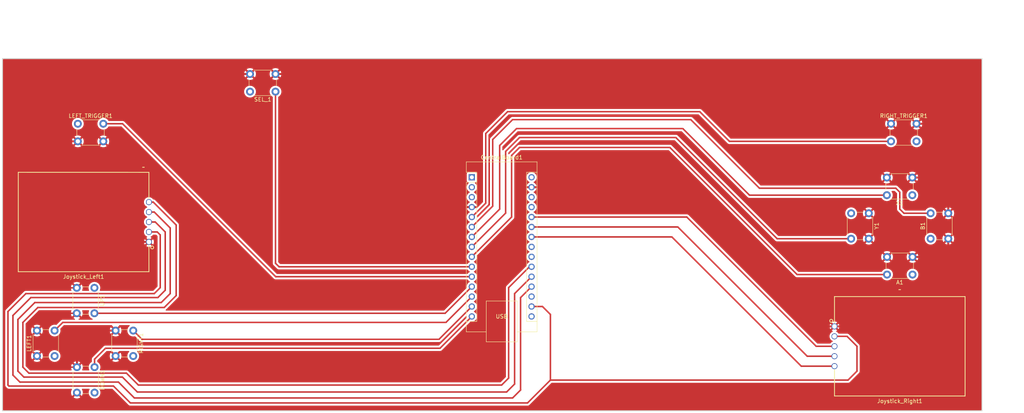
<source format=kicad_pcb>
(kicad_pcb (version 20240108) (generator "pcbnew") (generator_version "8.0")
  (title_block (title "Controller PCB") (rev "V01") (company "Instituto Superior Técnico") (comment 4 "Author: João Duarte"))
  (layers (0 "F.Cu" signal) (31 "B.Cu" signal) (34 "B.Paste" user) (35 "F.Paste" user) (36 "B.SilkS" user "B.Silkscreen") (37 "F.SilkS" user "F.Silkscreen") (38 "B.Mask" user) (39 "F.Mask" user) (44 "Edge.Cuts" user))
  (net 0 "")
  (net 1 "GND")
  (net 2 "+3.3V")
  (net 11 "/SEL_1")
  (net 13 "/A")
  (net 14 "/B")
  (net 15 "/Analog_Y_L")
  (net 16 "/LEFT")
  (net 17 "/RIGHT")
  (net 18 "/RIGHT_TRIGGER")
  (net 19 "/LEFT_TRIGGER")
  (net 20 "/Analog_X_L")
  (net 21 "/Analog_Y_R")
  (net 22 "/X")
  (net 23 "/SEL_JOY_L")
  (net 24 "/Analog_X_R")
  (net 25 "/SEL_JOY_R")
  (net 26 "/UP")
  (net 27 "/DOWN")
  (net 28 "/Y")
  (footprint "Button_Switch_THT:SW_PUSH_6mm" (layer "F.Cu") (at 48.514 148.844 -90)
    (property "Reference" "DOWN1" (at 3.25 -2 -90) (layer "F.SilkS"))
    (property "Value" "SW_Push")
    (fp_line (start 1 5.5) (end 5.5 5.5) (stroke (width 0.12)) (layer "F.SilkS"))
    (fp_line (start 6.75 3) (end 6.75 1.5) (stroke (width 0.12)) (layer "F.SilkS"))
    (fp_line (start -0.25 1.5) (end -0.25 3) (stroke (width 0.12)) (layer "F.SilkS"))
    (fp_line (start 5.5 -1) (end 1 -1) (stroke (width 0.12)) (layer "F.SilkS"))
    (pad "1" thru_hole circle (at 0 0) (size 2 2) (drill 1.1) (layers "*.Cu" "*.Mask") (net 27 "/DOWN"))
    (pad "1" thru_hole circle (at 6.5 0) (size 2 2) (drill 1.1) (layers "*.Cu" "*.Mask") (net 27 "/DOWN"))
    (pad "2" thru_hole circle (at 0 4.5) (size 2 2) (drill 1.1) (layers "*.Cu" "*.Mask") (net 1 "GND"))
    (pad "2" thru_hole circle (at 6.5 4.5) (size 2 2) (drill 1.1) (layers "*.Cu" "*.Mask") (net 1 "GND"))
  )
  (footprint "Button_Switch_THT:SW_PUSH_6mm" (layer "F.Cu") (at 44.248 86.65)
    (property "Reference" "LEFT_TRIGGER1" (at 3.25 -2 0) (layer "F.SilkS"))
    (property "Value" "SW_Push")
    (fp_line (start -0.25 1.5) (end -0.25 3) (stroke (width 0.12)) (layer "F.SilkS"))
    (fp_line (start 1 5.5) (end 5.5 5.5) (stroke (width 0.12)) (layer "F.SilkS"))
    (fp_line (start 5.5 -1) (end 1 -1) (stroke (width 0.12)) (layer "F.SilkS"))
    (fp_line (start 6.75 3) (end 6.75 1.5) (stroke (width 0.12)) (layer "F.SilkS"))
    (pad "1" thru_hole circle (at 0 0 90) (size 2 2) (drill 1.1) (layers "*.Cu" "*.Mask") (net 19 "/LEFT_TRIGGER"))
    (pad "1" thru_hole circle (at 6.5 0 90) (size 2 2) (drill 1.1) (layers "*.Cu" "*.Mask") (net 19 "/LEFT_TRIGGER"))
    (pad "2" thru_hole circle (at 0 4.5 90) (size 2 2) (drill 1.1) (layers "*.Cu" "*.Mask") (net 1 "GND"))
    (pad "2" thru_hole circle (at 6.5 4.5 90) (size 2 2) (drill 1.1) (layers "*.Cu" "*.Mask") (net 1 "GND"))
  )
  (footprint "Button_Switch_THT:SW_PUSH_6mm" (layer "F.Cu") (at 48.478 128.576 -90)
    (property "Reference" "UP1" (at 3.25 -2 -90) (layer "F.SilkS"))
    (property "Value" "SW_Push")
    (fp_line (start 1 5.5) (end 5.5 5.5) (stroke (width 0.12)) (layer "F.SilkS"))
    (fp_line (start 6.75 3) (end 6.75 1.5) (stroke (width 0.12)) (layer "F.SilkS"))
    (fp_line (start -0.25 1.5) (end -0.25 3) (stroke (width 0.12)) (layer "F.SilkS"))
    (fp_line (start 5.5 -1) (end 1 -1) (stroke (width 0.12)) (layer "F.SilkS"))
    (pad "1" thru_hole circle (at 0 0) (size 2 2) (drill 1.1) (layers "*.Cu" "*.Mask") (net 26 "/UP"))
    (pad "1" thru_hole circle (at 6.5 0) (size 2 2) (drill 1.1) (layers "*.Cu" "*.Mask") (net 26 "/UP"))
    (pad "2" thru_hole circle (at 0 4.5) (size 2 2) (drill 1.1) (layers "*.Cu" "*.Mask") (net 1 "GND"))
    (pad "2" thru_hole circle (at 6.5 4.5) (size 2 2) (drill 1.1) (layers "*.Cu" "*.Mask") (net 1 "GND"))
  )
  (footprint "Button_Switch_THT:SW_PUSH_6mm" (layer "F.Cu") (at 257.198 104.902 180)
    (property "Reference" "X1" (at 3.25 -2 180) (layer "F.SilkS"))
    (property "Value" "SW_Push")
    (fp_line (start 6.75 3) (end 6.75 1.5) (stroke (width 0.12)) (layer "F.SilkS"))
    (fp_line (start 5.5 -1) (end 1 -1) (stroke (width 0.12)) (layer "F.SilkS"))
    (fp_line (start 1 5.5) (end 5.5 5.5) (stroke (width 0.12)) (layer "F.SilkS"))
    (fp_line (start -0.25 1.5) (end -0.25 3) (stroke (width 0.12)) (layer "F.SilkS"))
    (pad "1" thru_hole circle (at 0 0 270) (size 2 2) (drill 1.1) (layers "*.Cu" "*.Mask") (net 22 "/X"))
    (pad "1" thru_hole circle (at 6.5 0 270) (size 2 2) (drill 1.1) (layers "*.Cu" "*.Mask") (net 22 "/X"))
    (pad "2" thru_hole circle (at 0 4.5 270) (size 2 2) (drill 1.1) (layers "*.Cu" "*.Mask") (net 1 "GND"))
    (pad "2" thru_hole circle (at 6.5 4.5 270) (size 2 2) (drill 1.1) (layers "*.Cu" "*.Mask") (net 1 "GND"))
  )
  (footprint "Module:Arduino_Nano" (layer "F.Cu") (at 144.79 100.33)
    (property "Reference" "CentralBoard1" (at 7.62 -5.08 0) (layer "F.SilkS"))
    (property "Value" "Arduino_Nano_v3.x")
    (fp_line (start -1.4 -3.94) (end -1.4 -1.27) (stroke (width 0.12)) (layer "F.SilkS"))
    (fp_line (start -1.4 1.27) (end -1.4 39.5) (stroke (width 0.12)) (layer "F.SilkS"))
    (fp_line (start -1.4 39.5) (end 3.68 39.5) (stroke (width 0.12)) (layer "F.SilkS"))
    (fp_line (start 1.27 -1.27) (end -1.4 -1.27) (stroke (width 0.12)) (layer "F.SilkS"))
    (fp_line (start 1.27 1.27) (end -1.4 1.27) (stroke (width 0.12)) (layer "F.SilkS"))
    (fp_line (start 1.27 1.27) (end 1.27 -1.27) (stroke (width 0.12)) (layer "F.SilkS"))
    (fp_line (start 1.27 1.27) (end 1.27 36.83) (stroke (width 0.12)) (layer "F.SilkS"))
    (fp_line (start 1.27 36.83) (end -1.4 36.83) (stroke (width 0.12)) (layer "F.SilkS"))
    (fp_line (start 3.68 31.62) (end 11.56 31.62) (stroke (width 0.12)) (layer "F.SilkS"))
    (fp_line (start 3.68 42.04) (end 3.68 31.62) (stroke (width 0.12)) (layer "F.SilkS"))
    (fp_line (start 11.56 31.62) (end 11.56 42.04) (stroke (width 0.12)) (layer "F.SilkS"))
    (fp_line (start 11.56 42.04) (end 3.68 42.04) (stroke (width 0.12)) (layer "F.SilkS"))
    (fp_line (start 13.97 -1.27) (end 13.97 36.83) (stroke (width 0.12)) (layer "F.SilkS"))
    (fp_line (start 13.97 -1.27) (end 16.64 -1.27) (stroke (width 0.12)) (layer "F.SilkS"))
    (fp_line (start 13.97 36.83) (end 16.64 36.83) (stroke (width 0.12)) (layer "F.SilkS"))
    (fp_line (start 16.64 -3.94) (end -1.4 -3.94) (stroke (width 0.12)) (layer "F.SilkS"))
    (fp_line (start 16.64 39.5) (end 11.56 39.5) (stroke (width 0.12)) (layer "F.SilkS"))
    (fp_line (start 16.64 39.5) (end 16.64 -3.94) (stroke (width 0.12)) (layer "F.SilkS"))
    (fp_text user "USB" (at 7.62 35.56 0) (layer "F.SilkS"))
    (pad "1" thru_hole rect (at 0 0) (size 1.6 1.6) (drill 1) (layers "*.Cu" "*.Mask"))
    (pad "2" thru_hole oval (at 0 2.54) (size 1.6 1.6) (drill 1) (layers "*.Cu" "*.Mask"))
    (pad "3" thru_hole oval (at 0 5.08) (size 1.6 1.6) (drill 1) (layers "*.Cu" "*.Mask"))
    (pad "4" thru_hole oval (at 0 7.62) (size 1.6 1.6) (drill 1) (layers "*.Cu" "*.Mask") (net 1 "GND"))
    (pad "5" thru_hole oval (at 0 10.16) (size 1.6 1.6) (drill 1) (layers "*.Cu" "*.Mask") (net 18 "/RIGHT_TRIGGER"))
    (pad "6" thru_hole oval (at 0 12.7) (size 1.6 1.6) (drill 1) (layers "*.Cu" "*.Mask") (net 14 "/B"))
    (pad "7" thru_hole oval (at 0 15.24) (size 1.6 1.6) (drill 1) (layers "*.Cu" "*.Mask") (net 22 "/X"))
    (pad "8" thru_hole oval (at 0 17.78) (size 1.6 1.6) (drill 1) (layers "*.Cu" "*.Mask") (net 28 "/Y"))
    (pad "9" thru_hole oval (at 0 20.32) (size 1.6 1.6) (drill 1) (layers "*.Cu" "*.Mask") (net 13 "/A"))
    (pad "10" thru_hole oval (at 0 22.86) (size 1.6 1.6) (drill 1) (layers "*.Cu" "*.Mask") (net 11 "/SEL_1"))
    (pad "11" thru_hole oval (at 0 25.4) (size 1.6 1.6) (drill 1) (layers "*.Cu" "*.Mask") (net 19 "/LEFT_TRIGGER"))
    (pad "12" thru_hole oval (at 0 27.94) (size 1.6 1.6) (drill 1) (layers "*.Cu" "*.Mask") (net 26 "/UP"))
    (pad "13" thru_hole oval (at 0 30.48) (size 1.6 1.6) (drill 1) (layers "*.Cu" "*.Mask") (net 16 "/LEFT"))
    (pad "14" thru_hole oval (at 0 33.02) (size 1.6 1.6) (drill 1) (layers "*.Cu" "*.Mask") (net 17 "/RIGHT"))
    (pad "15" thru_hole oval (at 0 35.56) (size 1.6 1.6) (drill 1) (layers "*.Cu" "*.Mask") (net 27 "/DOWN"))
    (pad "16" thru_hole oval (at 15.24 35.56) (size 1.6 1.6) (drill 1) (layers "*.Cu" "*.Mask"))
    (pad "17" thru_hole oval (at 15.24 33.02) (size 1.6 1.6) (drill 1) (layers "*.Cu" "*.Mask") (net 2 "+3.3V"))
    (pad "18" thru_hole oval (at 15.24 30.48) (size 1.6 1.6) (drill 1) (layers "*.Cu" "*.Mask"))
    (pad "19" thru_hole oval (at 15.24 27.94) (size 1.6 1.6) (drill 1) (layers "*.Cu" "*.Mask") (net 20 "/Analog_X_L"))
    (pad "20" thru_hole oval (at 15.24 25.4) (size 1.6 1.6) (drill 1) (layers "*.Cu" "*.Mask") (net 15 "/Analog_Y_L"))
    (pad "21" thru_hole oval (at 15.24 22.86) (size 1.6 1.6) (drill 1) (layers "*.Cu" "*.Mask") (net 23 "/SEL_JOY_L"))
    (pad "22" thru_hole oval (at 15.24 20.32) (size 1.6 1.6) (drill 1) (layers "*.Cu" "*.Mask"))
    (pad "23" thru_hole oval (at 15.24 17.78) (size 1.6 1.6) (drill 1) (layers "*.Cu" "*.Mask"))
    (pad "24" thru_hole oval (at 15.24 15.24) (size 1.6 1.6) (drill 1) (layers "*.Cu" "*.Mask") (net 25 "/SEL_JOY_R"))
    (pad "25" thru_hole oval (at 15.24 12.7) (size 1.6 1.6) (drill 1) (layers "*.Cu" "*.Mask") (net 21 "/Analog_Y_R"))
    (pad "26" thru_hole oval (at 15.24 10.16) (size 1.6 1.6) (drill 1) (layers "*.Cu" "*.Mask") (net 24 "/Analog_X_R"))
    (pad "27" thru_hole oval (at 15.24 7.62) (size 1.6 1.6) (drill 1) (layers "*.Cu" "*.Mask"))
    (pad "28" thru_hole oval (at 15.24 5.08) (size 1.6 1.6) (drill 1) (layers "*.Cu" "*.Mask"))
    (pad "29" thru_hole oval (at 15.24 2.54) (size 1.6 1.6) (drill 1) (layers "*.Cu" "*.Mask") (net 1 "GND"))
    (pad "30" thru_hole oval (at 15.24 0) (size 1.6 1.6) (drill 1) (layers "*.Cu" "*.Mask"))
  )
  (footprint "Button_Switch_THT:SW_PUSH_6mm" (layer "F.Cu") (at 94.69 78.45 180)
    (property "Reference" "SEL_1" (at 3.25 -2 180) (layer "F.SilkS"))
    (property "Value" "SW_Push")
    (fp_line (start 6.75 3) (end 6.75 1.5) (stroke (width 0.12)) (layer "F.SilkS"))
    (fp_line (start 5.5 -1) (end 1 -1) (stroke (width 0.12)) (layer "F.SilkS"))
    (fp_line (start 1 5.5) (end 5.5 5.5) (stroke (width 0.12)) (layer "F.SilkS"))
    (fp_line (start -0.25 1.5) (end -0.25 3) (stroke (width 0.12)) (layer "F.SilkS"))
    (pad "1" thru_hole circle (at 0 0 270) (size 2 2) (drill 1.1) (layers "*.Cu" "*.Mask") (net 11 "/SEL_1"))
    (pad "1" thru_hole circle (at 6.5 0 270) (size 2 2) (drill 1.1) (layers "*.Cu" "*.Mask") (net 11 "/SEL_1"))
    (pad "2" thru_hole circle (at 0 4.5 270) (size 2 2) (drill 1.1) (layers "*.Cu" "*.Mask") (net 1 "GND"))
    (pad "2" thru_hole circle (at 6.5 4.5 270) (size 2 2) (drill 1.1) (layers "*.Cu" "*.Mask") (net 1 "GND"))
  )
  (footprint "Button_Switch_THT:SW_PUSH_6mm" (layer "F.Cu") (at 58.384 139.498 -90)
    (property "Reference" "RIGHT1" (at 3.25 -2 -90) (layer "F.SilkS"))
    (property "Value" "SW_Push")
    (fp_line (start 1 5.5) (end 5.5 5.5) (stroke (width 0.12)) (layer "F.SilkS"))
    (fp_line (start 6.75 3) (end 6.75 1.5) (stroke (width 0.12)) (layer "F.SilkS"))
    (fp_line (start -0.25 1.5) (end -0.25 3) (stroke (width 0.12)) (layer "F.SilkS"))
    (fp_line (start 5.5 -1) (end 1 -1) (stroke (width 0.12)) (layer "F.SilkS"))
    (pad "1" thru_hole circle (at 0 0) (size 2 2) (drill 1.1) (layers "*.Cu" "*.Mask") (net 17 "/RIGHT"))
    (pad "1" thru_hole circle (at 6.5 0) (size 2 2) (drill 1.1) (layers "*.Cu" "*.Mask") (net 17 "/RIGHT"))
    (pad "2" thru_hole circle (at 0 4.5) (size 2 2) (drill 1.1) (layers "*.Cu" "*.Mask") (net 1 "GND"))
    (pad "2" thru_hole circle (at 6.5 4.5) (size 2 2) (drill 1.1) (layers "*.Cu" "*.Mask") (net 1 "GND"))
  )
  (footprint "Controller:Joystick" (layer "F.Cu") (at 45.72 111.76 180)
    (property "Reference" "Joystick_Left1" (at 0 -13.97 0) (layer "F.SilkS"))
    (property "Value" "~" (at -15.24 13.97 180) (layer "F.SilkS"))
    (fp_line (start 16.67 12.7) (end -16.66 12.69) (stroke (width 0.2032)) (layer "F.SilkS"))
    (fp_line (start 16.67 -12.7) (end 16.67 12.7) (stroke (width 0.2032)) (layer "F.SilkS"))
    (fp_line (start -16.66 12.69) (end -16.66 5.99) (stroke (width 0.2032)) (layer "F.SilkS"))
    (fp_line (start -16.6624 -12.7) (end 16.67 -12.7) (stroke (width 0.2032)) (layer "F.SilkS"))
    (fp_line (start -16.6624 -12.7) (end -16.66 -6) (stroke (width 0.2032)) (layer "F.SilkS"))
    (fp_circle (center -17.5 -6.5) (end -17.119 -6.5) (stroke (width 0.2032)) (fill none) (layer "F.SilkS"))
    (pad "1" thru_hole circle (at -16.66875 -5.08 180) (size 1.524 1.524) (drill 1.143) (layers "*.Cu" "*.Mask") (net 1 "GND"))
    (pad "2" thru_hole circle (at -16.66875 -2.54 180) (size 1.524 1.524) (drill 1.143) (layers "*.Cu" "*.Mask") (net 2 "+3.3V"))
    (pad "3" thru_hole circle (at -16.66875 0 180) (size 1.524 1.524) (drill 1.143) (layers "*.Cu" "*.Mask") (net 20 "/Analog_X_L"))
    (pad "4" thru_hole circle (at -16.66875 2.54 180) (size 1.524 1.524) (drill 1.143) (layers "*.Cu" "*.Mask") (net 15 "/Analog_Y_L"))
    (pad "5" thru_hole circle (at -16.66875 5.08 180) (size 1.524 1.524) (drill 1.143) (layers "*.Cu" "*.Mask") (net 23 "/SEL_JOY_L"))
  )
  (footprint "Button_Switch_THT:SW_PUSH_6mm" (layer "F.Cu") (at 261.874 116.026 90)
    (property "Reference" "B1" (at 3.25 -2 90) (layer "F.SilkS"))
    (property "Value" "SW_Push")
    (fp_line (start 5.5 -1) (end 1 -1) (stroke (width 0.12)) (layer "F.SilkS"))
    (fp_line (start -0.25 1.5) (end -0.25 3) (stroke (width 0.12)) (layer "F.SilkS"))
    (fp_line (start 6.75 3) (end 6.75 1.5) (stroke (width 0.12)) (layer "F.SilkS"))
    (fp_line (start 1 5.5) (end 5.5 5.5) (stroke (width 0.12)) (layer "F.SilkS"))
    (pad "1" thru_hole circle (at 0 0 180) (size 2 2) (drill 1.1) (layers "*.Cu" "*.Mask") (net 14 "/B"))
    (pad "1" thru_hole circle (at 6.5 0 180) (size 2 2) (drill 1.1) (layers "*.Cu" "*.Mask") (net 14 "/B"))
    (pad "2" thru_hole circle (at 0 4.5 180) (size 2 2) (drill 1.1) (layers "*.Cu" "*.Mask") (net 1 "GND"))
    (pad "2" thru_hole circle (at 6.5 4.5 180) (size 2 2) (drill 1.1) (layers "*.Cu" "*.Mask") (net 1 "GND"))
  )
  (footprint "Controller:Joystick" (layer "F.Cu") (at 254 143.51)
    (property "Reference" "Joystick_Right1" (at 0 14 0) (layer "F.SilkS"))
    (property "Value" "~" (at 0 -14.5 0) (layer "F.SilkS"))
    (fp_line (start -16.6624 -12.7) (end -16.66 -6) (stroke (width 0.2032)) (layer "F.SilkS"))
    (fp_line (start -16.6624 -12.7) (end 16.67 -12.7) (stroke (width 0.2032)) (layer "F.SilkS"))
    (fp_line (start -16.66 12.69) (end -16.66 5.99) (stroke (width 0.2032)) (layer "F.SilkS"))
    (fp_line (start 16.67 -12.7) (end 16.67 12.7) (stroke (width 0.2032)) (layer "F.SilkS"))
    (fp_line (start 16.67 12.7) (end -16.66 12.69) (stroke (width 0.2032)) (layer "F.SilkS"))
    (fp_circle (center -17.5 -6.5) (end -17.119 -6.5) (stroke (width 0.2032)) (fill none) (layer "F.SilkS"))
    (pad "1" thru_hole circle (at -16.66875 -5.08) (size 1.524 1.524) (drill 1.143) (layers "*.Cu" "*.Mask") (net 1 "GND"))
    (pad "2" thru_hole circle (at -16.66875 -2.54) (size 1.524 1.524) (drill 1.143) (layers "*.Cu" "*.Mask") (net 2 "+3.3V"))
    (pad "3" thru_hole circle (at -16.66875 0) (size 1.524 1.524) (drill 1.143) (layers "*.Cu" "*.Mask") (net 24 "/Analog_X_R"))
    (pad "4" thru_hole circle (at -16.66875 2.54) (size 1.524 1.524) (drill 1.143) (layers "*.Cu" "*.Mask") (net 21 "/Analog_Y_R"))
    (pad "5" thru_hole circle (at -16.66875 5.08) (size 1.524 1.524) (drill 1.143) (layers "*.Cu" "*.Mask") (net 25 "/SEL_JOY_R"))
  )
  (footprint "Button_Switch_THT:SW_PUSH_6mm" (layer "F.Cu") (at 246.09 109.526 -90)
    (property "Reference" "Y1" (at 3.25 -2 -90) (layer "F.SilkS"))
    (property "Value" "SW_Push")
    (fp_line (start 1 5.5) (end 5.5 5.5) (stroke (width 0.12)) (layer "F.SilkS"))
    (fp_line (start 6.75 3) (end 6.75 1.5) (stroke (width 0.12)) (layer "F.SilkS"))
    (fp_line (start -0.25 1.5) (end -0.25 3) (stroke (width 0.12)) (layer "F.SilkS"))
    (fp_line (start 5.5 -1) (end 1 -1) (stroke (width 0.12)) (layer "F.SilkS"))
    (pad "1" thru_hole circle (at 0 0) (size 2 2) (drill 1.1) (layers "*.Cu" "*.Mask") (net 1 "GND"))
    (pad "1" thru_hole circle (at 6.5 0) (size 2 2) (drill 1.1) (layers "*.Cu" "*.Mask") (net 1 "GND"))
    (pad "2" thru_hole circle (at 0 4.5) (size 2 2) (drill 1.1) (layers "*.Cu" "*.Mask") (net 28 "/Y"))
    (pad "2" thru_hole circle (at 6.5 4.5) (size 2 2) (drill 1.1) (layers "*.Cu" "*.Mask") (net 28 "/Y"))
  )
  (footprint "Button_Switch_THT:SW_PUSH_6mm" (layer "F.Cu") (at 33.818 145.998 90)
    (property "Reference" "LEFT1" (at 3.25 -2 90) (layer "F.SilkS"))
    (property "Value" "SW_Push")
    (fp_line (start 5.5 -1) (end 1 -1) (stroke (width 0.12)) (layer "F.SilkS"))
    (fp_line (start -0.25 1.5) (end -0.25 3) (stroke (width 0.12)) (layer "F.SilkS"))
    (fp_line (start 6.75 3) (end 6.75 1.5) (stroke (width 0.12)) (layer "F.SilkS"))
    (fp_line (start 1 5.5) (end 5.5 5.5) (stroke (width 0.12)) (layer "F.SilkS"))
    (pad "1" thru_hole circle (at 0 0 180) (size 2 2) (drill 1.1) (layers "*.Cu" "*.Mask") (net 1 "GND"))
    (pad "1" thru_hole circle (at 6.5 0 180) (size 2 2) (drill 1.1) (layers "*.Cu" "*.Mask") (net 1 "GND"))
    (pad "2" thru_hole circle (at 0 4.5 180) (size 2 2) (drill 1.1) (layers "*.Cu" "*.Mask") (net 16 "/LEFT"))
    (pad "2" thru_hole circle (at 6.5 4.5 180) (size 2 2) (drill 1.1) (layers "*.Cu" "*.Mask") (net 16 "/LEFT"))
  )
  (footprint "Button_Switch_THT:SW_PUSH_6mm" (layer "F.Cu") (at 251.766 86.65)
    (property "Reference" "RIGHT_TRIGGER1" (at 3.25 -2 0) (layer "F.SilkS"))
    (property "Value" "SW_Push")
    (fp_line (start -0.25 1.5) (end -0.25 3) (stroke (width 0.12)) (layer "F.SilkS"))
    (fp_line (start 1 5.5) (end 5.5 5.5) (stroke (width 0.12)) (layer "F.SilkS"))
    (fp_line (start 5.5 -1) (end 1 -1) (stroke (width 0.12)) (layer "F.SilkS"))
    (fp_line (start 6.75 3) (end 6.75 1.5) (stroke (width 0.12)) (layer "F.SilkS"))
    (pad "1" thru_hole circle (at 0 0 90) (size 2 2) (drill 1.1) (layers "*.Cu" "*.Mask") (net 1 "GND"))
    (pad "1" thru_hole circle (at 6.5 0 90) (size 2 2) (drill 1.1) (layers "*.Cu" "*.Mask") (net 1 "GND"))
    (pad "2" thru_hole circle (at 0 4.5 90) (size 2 2) (drill 1.1) (layers "*.Cu" "*.Mask") (net 18 "/RIGHT_TRIGGER"))
    (pad "2" thru_hole circle (at 6.5 4.5 90) (size 2 2) (drill 1.1) (layers "*.Cu" "*.Mask") (net 18 "/RIGHT_TRIGGER"))
  )
  (footprint "Button_Switch_THT:SW_PUSH_6mm" (layer "F.Cu") (at 257.25 125.186 180)
    (property "Reference" "A1" (at 3.25 -2 180) (layer "F.SilkS"))
    (property "Value" "SW_Push")
    (fp_line (start 6.75 3) (end 6.75 1.5) (stroke (width 0.12)) (layer "F.SilkS"))
    (fp_line (start 5.5 -1) (end 1 -1) (stroke (width 0.12)) (layer "F.SilkS"))
    (fp_line (start 1 5.5) (end 5.5 5.5) (stroke (width 0.12)) (layer "F.SilkS"))
    (fp_line (start -0.25 1.5) (end -0.25 3) (stroke (width 0.12)) (layer "F.SilkS"))
    (pad "1" thru_hole circle (at 0 0 270) (size 2 2) (drill 1.1) (layers "*.Cu" "*.Mask") (net 13 "/A"))
    (pad "1" thru_hole circle (at 6.5 0 270) (size 2 2) (drill 1.1) (layers "*.Cu" "*.Mask") (net 13 "/A"))
    (pad "2" thru_hole circle (at 0 4.5 270) (size 2 2) (drill 1.1) (layers "*.Cu" "*.Mask") (net 1 "GND"))
    (pad "2" thru_hole circle (at 6.5 4.5 270) (size 2 2) (drill 1.1) (layers "*.Cu" "*.Mask") (net 1 "GND"))
  )
  (gr_rect (start 25 70) (end 275 160) (stroke (width 0.2)) (fill none) (layer "Edge.Cuts"))
  (segment (start 36.83 91.15) (end 36.83 116.84) (width 0.508) (layer "F.Cu") (net 1))
  (segment (start 196.85 102.87) (end 160.03 102.87) (width 0.508) (layer "F.Cu") (net 1))
  (segment (start 43.978 128.576) (end 37.136 128.576) (width 0.381) (layer "F.Cu") (net 1))
  (segment (start 264.632 120.686) (end 262.128 120.686) (width 0.508) (layer "F.Cu") (net 1))
  (segment (start 266.374 116.026) (end 266.374 118.944) (width 0.508) (layer "F.Cu") (net 1))
  (segment (start 257.198 100.402) (end 263.978 100.402) (width 0.508) (layer "F.Cu") (net 1))
  (segment (start 37.136 128.576) (end 36.83 128.27) (width 0.381) (layer "F.Cu") (net 1))
  (segment (start 259.842 138.43) (end 262.128 136.144) (width 0.508) (layer "F.Cu") (net 1))
  (segment (start 38.24 135.076) (end 43.978 135.076) (width 0.381) (layer "F.Cu") (net 1))
  (segment (start 44.248 91.15) (end 36.83 91.15) (width 0.508) (layer "F.Cu") (net 1))
  (segment (start 144.79 107.95) (end 142.494 107.95) (width 0.508) (layer "F.Cu") (net 1))
  (segment (start 263.978 100.402) (end 266.374 102.798) (width 0.508) (layer "F.Cu") (net 1))
  (segment (start 36.83 116.84) (end 62.38875 116.84) (width 0.508) (layer "F.Cu") (net 1))
  (segment (start 33.818 145.998) (end 36.664 148.844) (width 0.381) (layer "F.Cu") (net 1))
  (segment (start 138.974 73.95) (end 94.69 73.95) (width 0.508) (layer "F.Cu") (net 1))
  (segment (start 237.33125 138.43) (end 259.842 138.43) (width 0.508) (layer "F.Cu") (net 1))
  (segment (start 51.582 139.498) (end 53.884 139.498) (width 0.508) (layer "F.Cu") (net 1))
  (segment (start 44.014 147.066) (end 44.014 148.844) (width 0.508) (layer "F.Cu") (net 1))
  (segment (start 262.164 86.65) (end 258.266 86.65) (width 0.508) (layer "F.Cu") (net 1))
  (segment (start 36.83 128.27) (end 36.83 116.84) (width 0.508) (layer "F.Cu") (net 1))
  (segment (start 263.978 100.402) (end 263.978 88.464) (width 0.508) (layer "F.Cu") (net 1))
  (segment (start 257.25 120.686) (end 262.128 120.686) (width 0.508) (layer "F.Cu") (net 1))
  (segment (start 38.318 73.95) (end 36.83 75.438) (width 0.508) (layer "F.Cu") (net 1))
  (segment (start 36.664 148.844) (end 44.014 148.844) (width 0.381) (layer "F.Cu") (net 1))
  (segment (start 263.978 88.464) (end 262.164 86.65) (width 0.508) (layer "F.Cu") (net 1))
  (segment (start 36.83 75.438) (end 36.83 91.15) (width 0.508) (layer "F.Cu") (net 1))
  (segment (start 140.716 75.692) (end 138.974 73.95) (width 0.508) (layer "F.Cu") (net 1))
  (segment (start 232.41 138.43) (end 196.85 102.87) (width 0.508) (layer "F.Cu") (net 1))
  (segment (start 51.582 139.498) (end 44.014 147.066) (width 0.508) (layer "F.Cu") (net 1))
  (segment (start 262.128 136.144) (end 262.128 120.686) (width 0.508) (layer "F.Cu") (net 1))
  (segment (start 142.494 107.95) (end 140.716 106.172) (width 0.508) (layer "F.Cu") (net 1))
  (segment (start 266.374 102.798) (end 266.374 109.526) (width 0.508) (layer "F.Cu") (net 1))
  (segment (start 232.41 138.43) (end 237.33125 138.43) (width 0.508) (layer "F.Cu") (net 1))
  (segment (start 88.19 73.95) (end 38.318 73.95) (width 0.508) (layer "F.Cu") (net 1))
  (segment (start 140.716 106.172) (end 140.716 75.692) (width 0.508) (layer "F.Cu") (net 1))
  (segment (start 266.374 118.944) (end 264.632 120.686) (width 0.508) (layer "F.Cu") (net 1))
  (segment (start 33.818 139.498) (end 38.24 135.076) (width 0.381) (layer "F.Cu") (net 1))
  (segment (start 240.792 152.146) (end 164.846 152.146) (width 0.381) (layer "F.Cu") (net 2))
  (segment (start 53.34 153.67) (end 57.658 157.988) (width 0.381) (layer "F.Cu") (net 2))
  (segment (start 243.078 143.51) (end 243.078 149.86) (width 0.381) (layer "F.Cu") (net 2))
  (segment (start 57.658 157.988) (end 159.004 157.988) (width 0.381) (layer "F.Cu") (net 2))
  (segment (start 63.754 130.048) (end 30.988 130.048) (width 0.381) (layer "F.Cu") (net 2))
  (segment (start 164.846 135.382) (end 162.814 133.35) (width 0.381) (layer "F.Cu") (net 2))
  (segment (start 162.814 133.35) (end 160.03 133.35) (width 0.381) (layer "F.Cu") (net 2))
  (segment (start 65.278 115.062) (end 65.278 128.524) (width 0.381) (layer "F.Cu") (net 2))
  (segment (start 237.33125 140.97) (end 240.538 140.97) (width 0.381) (layer "F.Cu") (net 2))
  (segment (start 26.67 153.67) (end 53.34 153.67) (width 0.381) (layer "F.Cu") (net 2))
  (segment (start 159.004 157.988) (end 164.846 152.146) (width 0.381) (layer "F.Cu") (net 2))
  (segment (start 164.846 152.146) (end 164.846 135.382) (width 0.381) (layer "F.Cu") (net 2))
  (segment (start 62.38875 114.3) (end 64.516 114.3) (width 0.381) (layer "F.Cu") (net 2))
  (segment (start 240.538 140.97) (end 243.078 143.51) (width 0.381) (layer "F.Cu") (net 2))
  (segment (start 64.516 114.3) (end 65.278 115.062) (width 0.381) (layer "F.Cu") (net 2))
  (segment (start 30.988 130.048) (end 26.416 134.62) (width 0.381) (layer "F.Cu") (net 2))
  (segment (start 26.416 153.416) (end 26.67 153.67) (width 0.381) (layer "F.Cu") (net 2))
  (segment (start 26.416 134.62) (end 26.416 153.416) (width 0.381) (layer "F.Cu") (net 2))
  (segment (start 65.278 128.524) (end 63.754 130.048) (width 0.381) (layer "F.Cu") (net 2))
  (segment (start 243.078 149.86) (end 240.792 152.146) (width 0.381) (layer "F.Cu") (net 2))
  (segment (start 94.69 122.3) (end 94.69 78.45) (width 0.381) (layer "F.Cu") (net 11))
  (segment (start 95.58 123.19) (end 94.69 122.3) (width 0.381) (layer "F.Cu") (net 11))
  (segment (start 144.79 123.19) (end 95.58 123.19) (width 0.381) (layer "F.Cu") (net 11))
  (segment (start 212.598 109.982) (end 195.326 92.71) (width 0.381) (layer "F.Cu") (net 13))
  (segment (start 227.802 125.186) (end 212.598 109.982) (width 0.381) (layer "F.Cu") (net 13))
  (segment (start 144.79 120.64) (end 144.79 120.65) (width 0.381) (layer "F.Cu") (net 13))
  (segment (start 154.94 110.49) (end 144.79 120.64) (width 0.381) (layer "F.Cu") (net 13))
  (segment (start 250.75 125.186) (end 227.802 125.186) (width 0.381) (layer "F.Cu") (net 13))
  (segment (start 154.94 94.742) (end 154.94 110.49) (width 0.381) (layer "F.Cu") (net 13))
  (segment (start 156.972 92.71) (end 154.94 94.742) (width 0.381) (layer "F.Cu") (net 13))
  (segment (start 195.326 92.71) (end 156.972 92.71) (width 0.381) (layer "F.Cu") (net 13))
  (segment (start 254 108.458) (end 254 104.14) (width 0.381) (layer "F.Cu") (net 14))
  (segment (start 261.874 109.526) (end 255.068 109.526) (width 0.381) (layer "F.Cu") (net 14))
  (segment (start 150.114 90.678) (end 150.114 107.706) (width 0.381) (layer "F.Cu") (net 14))
  (segment (start 218.186 103.124) (end 200.66 85.598) (width 0.381) (layer "F.Cu") (net 14))
  (segment (start 255.068 109.526) (end 254 108.458) (width 0.381) (layer "F.Cu") (net 14))
  (segment (start 200.66 85.598) (end 155.194 85.598) (width 0.381) (layer "F.Cu") (net 14))
  (segment (start 155.194 85.598) (end 150.114 90.678) (width 0.381) (layer "F.Cu") (net 14))
  (segment (start 252.984 103.124) (end 218.186 103.124) (width 0.381) (layer "F.Cu") (net 14))
  (segment (start 150.114 107.706) (end 144.79 113.03) (width 0.381) (layer "F.Cu") (net 14))
  (segment (start 254 104.14) (end 252.984 103.124) (width 0.381) (layer "F.Cu") (net 14))
  (segment (start 155.702 153.162) (end 153.67 155.194) (width 0.381) (layer "F.Cu") (net 15))
  (segment (start 59.436 155.194) (end 55.626 151.384) (width 0.381) (layer "F.Cu") (net 15))
  (segment (start 160.03 125.73) (end 155.702 130.058) (width 0.381) (layer "F.Cu") (net 15))
  (segment (start 33.274 132.334) (end 65.532 132.334) (width 0.381) (layer "F.Cu") (net 15))
  (segment (start 155.702 130.058) (end 155.702 153.162) (width 0.381) (layer "F.Cu") (net 15))
  (segment (start 153.67 155.194) (end 59.436 155.194) (width 0.381) (layer "F.Cu") (net 15))
  (segment (start 55.626 151.384) (end 30.48 151.384) (width 0.381) (layer "F.Cu") (net 15))
  (segment (start 30.48 151.384) (end 28.956 149.86) (width 0.381) (layer "F.Cu") (net 15))
  (segment (start 28.956 149.86) (end 28.956 136.652) (width 0.381) (layer "F.Cu") (net 15))
  (segment (start 67.818 113.284) (end 63.754 109.22) (width 0.381) (layer "F.Cu") (net 15))
  (segment (start 28.956 136.652) (end 33.274 132.334) (width 0.381) (layer "F.Cu") (net 15))
  (segment (start 63.754 109.22) (end 62.38875 109.22) (width 0.381) (layer "F.Cu") (net 15))
  (segment (start 65.532 132.334) (end 67.818 130.048) (width 0.381) (layer "F.Cu") (net 15))
  (segment (start 67.818 130.048) (end 67.818 113.284) (width 0.381) (layer "F.Cu") (net 15))
  (segment (start 40.402 137.414) (end 138.186 137.414) (width 0.381) (layer "F.Cu") (net 16))
  (segment (start 138.186 137.414) (end 144.79 130.81) (width 0.381) (layer "F.Cu") (net 16))
  (segment (start 38.318 139.498) (end 40.402 137.414) (width 0.381) (layer "F.Cu") (net 16))
  (segment (start 136.408 141.732) (end 144.79 133.35) (width 0.381) (layer "F.Cu") (net 17))
  (segment (start 60.618 141.732) (end 136.408 141.732) (width 0.381) (layer "F.Cu") (net 17))
  (segment (start 58.384 139.498) (end 60.618 141.732) (width 0.381) (layer "F.Cu") (net 17))
  (segment (start 148.336 106.944) (end 144.79 110.49) (width 0.381) (layer "F.Cu") (net 18))
  (segment (start 202.946 83.566) (end 153.924 83.566) (width 0.381) (layer "F.Cu") (net 18))
  (segment (start 251.766 91.15) (end 210.53 91.15) (width 0.381) (layer "F.Cu") (net 18))
  (segment (start 148.336 89.154) (end 148.336 106.944) (width 0.381) (layer "F.Cu") (net 18))
  (segment (start 153.924 83.566) (end 148.336 89.154) (width 0.381) (layer "F.Cu") (net 18))
  (segment (start 210.53 91.15) (end 202.946 83.566) (width 0.381) (layer "F.Cu") (net 18))
  (segment (start 55.662 86.65) (end 94.742 125.73) (width 0.381) (layer "F.Cu") (net 19))
  (segment (start 94.742 125.73) (end 144.79 125.73) (width 0.381) (layer "F.Cu") (net 19))
  (segment (start 55.662 86.65) (end 50.748 86.65) (width 0.381) (layer "F.Cu") (net 19))
  (segment (start 157.226 131.074) (end 160.03 128.27) (width 0.381) (layer "F.Cu") (net 20))
  (segment (start 155.194 156.718) (end 157.226 154.686) (width 0.381) (layer "F.Cu") (net 20))
  (segment (start 29.464 152.654) (end 54.61 152.654) (width 0.381) (layer "F.Cu") (net 20))
  (segment (start 62.38875 111.76) (end 64.008 111.76) (width 0.381) (layer "F.Cu") (net 20))
  (segment (start 54.61 152.654) (end 58.674 156.718) (width 0.381) (layer "F.Cu") (net 20))
  (segment (start 58.674 156.718) (end 155.194 156.718) (width 0.381) (layer "F.Cu") (net 20))
  (segment (start 64.008 111.76) (end 66.548 114.3) (width 0.381) (layer "F.Cu") (net 20))
  (segment (start 27.686 135.636) (end 27.686 150.876) (width 0.381) (layer "F.Cu") (net 20))
  (segment (start 64.672829 131.064) (end 32.258 131.064) (width 0.381) (layer "F.Cu") (net 20))
  (segment (start 66.548 114.3) (end 66.548 129.188829) (width 0.381) (layer "F.Cu") (net 20))
  (segment (start 66.548 129.188829) (end 64.672829 131.064) (width 0.381) (layer "F.Cu") (net 20))
  (segment (start 157.226 154.686) (end 157.226 131.074) (width 0.381) (layer "F.Cu") (net 20))
  (segment (start 27.686 150.876) (end 29.464 152.654) (width 0.381) (layer "F.Cu") (net 20))
  (segment (start 32.258 131.064) (end 27.686 135.636) (width 0.381) (layer "F.Cu") (net 20))
  (segment (start 230.378 146.05) (end 197.358 113.03) (width 0.381) (layer "F.Cu") (net 21))
  (segment (start 237.33125 146.05) (end 230.378 146.05) (width 0.381) (layer "F.Cu") (net 21))
  (segment (start 197.358 113.03) (end 160.03 113.03) (width 0.381) (layer "F.Cu") (net 21))
  (segment (start 250.698 104.902) (end 215.646 104.902) (width 0.381) (layer "F.Cu") (net 22))
  (segment (start 151.892 108.468) (end 144.79 115.57) (width 0.381) (layer "F.Cu") (net 22))
  (segment (start 156.21 87.884) (end 151.892 92.202) (width 0.381) (layer "F.Cu") (net 22))
  (segment (start 215.646 104.902) (end 198.628 87.884) (width 0.381) (layer "F.Cu") (net 22))
  (segment (start 198.628 87.884) (end 156.21 87.884) (width 0.381) (layer "F.Cu") (net 22))
  (segment (start 151.892 92.202) (end 151.892 108.468) (width 0.381) (layer "F.Cu") (net 22))
  (segment (start 56.642 150.368) (end 59.69 153.416) (width 0.381) (layer "F.Cu") (net 23))
  (segment (start 154.178 128.524) (end 159.512 123.19) (width 0.381) (layer "F.Cu") (net 23))
  (segment (start 59.69 153.416) (end 152.4 153.416) (width 0.381) (layer "F.Cu") (net 23))
  (segment (start 63.5 106.68) (end 69.342 112.522) (width 0.381) (layer "F.Cu") (net 23))
  (segment (start 62.38875 106.68) (end 63.5 106.68) (width 0.381) (layer "F.Cu") (net 23))
  (segment (start 159.512 123.19) (end 160.03 123.19) (width 0.381) (layer "F.Cu") (net 23))
  (segment (start 30.226 137.414) (end 30.226 148.844) (width 0.381) (layer "F.Cu") (net 23))
  (segment (start 30.226 148.844) (end 31.75 150.368) (width 0.381) (layer "F.Cu") (net 23))
  (segment (start 69.342 130.556) (end 66.294 133.604) (width 0.381) (layer "F.Cu") (net 23))
  (segment (start 152.4 153.416) (end 154.178 151.638) (width 0.381) (layer "F.Cu") (net 23))
  (segment (start 66.294 133.604) (end 34.036 133.604) (width 0.381) (layer "F.Cu") (net 23))
  (segment (start 34.036 133.604) (end 30.226 137.414) (width 0.381) (layer "F.Cu") (net 23))
  (segment (start 154.178 151.638) (end 154.178 128.524) (width 0.381) (layer "F.Cu") (net 23))
  (segment (start 31.75 150.368) (end 56.642 150.368) (width 0.381) (layer "F.Cu") (net 23))
  (segment (start 69.342 112.522) (end 69.342 130.556) (width 0.381) (layer "F.Cu") (net 23))
  (segment (start 232.664 143.51) (end 199.644 110.49) (width 0.381) (layer "F.Cu") (net 24))
  (segment (start 199.644 110.49) (end 160.03 110.49) (width 0.381) (layer "F.Cu") (net 24))
  (segment (start 237.33125 143.51) (end 232.664 143.51) (width 0.381) (layer "F.Cu") (net 24))
  (segment (start 237.33125 148.59) (end 228.854 148.59) (width 0.381) (layer "F.Cu") (net 25))
  (segment (start 228.854 148.59) (end 195.834 115.57) (width 0.381) (layer "F.Cu") (net 25))
  (segment (start 195.834 115.57) (end 160.03 115.57) (width 0.381) (layer "F.Cu") (net 25))
  (segment (start 137.984 135.076) (end 144.79 128.27) (width 0.381) (layer "F.Cu") (net 26))
  (segment (start 48.478 135.076) (end 137.984 135.076) (width 0.381) (layer "F.Cu") (net 26))
  (segment (start 51.308 144.018) (end 48.514 146.812) (width 0.381) (layer "F.Cu") (net 27))
  (segment (start 136.662 144.018) (end 51.308 144.018) (width 0.381) (layer "F.Cu") (net 27))
  (segment (start 48.514 146.812) (end 48.514 148.844) (width 0.381) (layer "F.Cu") (net 27))
  (segment (start 144.79 135.89) (end 136.662 144.018) (width 0.381) (layer "F.Cu") (net 27))
  (segment (start 153.416 93.726) (end 153.416 109.484) (width 0.381) (layer "F.Cu") (net 28))
  (segment (start 241.59 116.026) (end 222.706 116.026) (width 0.381) (layer "F.Cu") (net 28))
  (segment (start 156.972 90.17) (end 153.416 93.726) (width 0.381) (layer "F.Cu") (net 28))
  (segment (start 222.706 116.026) (end 196.85 90.17) (width 0.381) (layer "F.Cu") (net 28))
  (segment (start 196.85 90.17) (end 156.972 90.17) (width 0.381) (layer "F.Cu") (net 28))
  (segment (start 153.416 109.484) (end 144.79 118.11) (width 0.381) (layer "F.Cu") (net 28))
  (zone (net 1) (net_name "GND") (layer "F.Cu") (connect_pads (clearance 0.5)) (min_thickness 0.25) (fill yes (thermal_gap 0.5) (thermal_bridge_width 0.5))
    (polygon (pts (xy 24.384 69.342) (xy 24.384 160.528) (xy 275.59 160.528) (xy 275.59 69.342)))
  )
)
</source>
